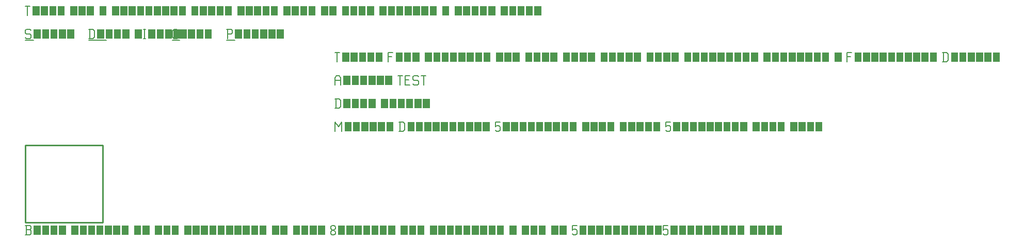
<source format=gbr>
G04 start of page 4 for group -1 layer_idx 268435461 *
G04 Title: Full overlap: the same line twice with different settings, <virtual group> *
G04 Creator: <version>
G04 CreationDate: <date>
G04 For: TEST *
G04 Format: Gerber/RS-274X *
G04 PCB-Dimensions: 50000 50000 *
G04 PCB-Coordinate-Origin: lower left *
%MOIN*%
%FSLAX25Y25*%
%LNLOGICAL_VIRTUAL_FAB_NONE*%
%ADD17C,0.0100*%
%ADD16C,0.0001*%
%ADD15C,0.0060*%
G54D15*X3000Y125000D02*X3750Y124250D01*
X750Y125000D02*X3000D01*
X0Y124250D02*X750Y125000D01*
X0Y124250D02*Y122750D01*
X750Y122000D01*
X3000D01*
X3750Y121250D01*
Y119750D01*
X3000Y119000D02*X3750Y119750D01*
X750Y119000D02*X3000D01*
X0Y119750D02*X750Y119000D01*
G54D16*G36*
X5550Y125000D02*X10050D01*
Y119000D01*
X5550D01*
Y125000D01*
G37*
G36*
X10950D02*X15450D01*
Y119000D01*
X10950D01*
Y125000D01*
G37*
G36*
X16350D02*X20850D01*
Y119000D01*
X16350D01*
Y125000D01*
G37*
G36*
X21750D02*X26250D01*
Y119000D01*
X21750D01*
Y125000D01*
G37*
G36*
X27150D02*X31650D01*
Y119000D01*
X27150D01*
Y125000D01*
G37*
G54D15*X0Y118000D02*X5550D01*
X41750Y125000D02*Y119000D01*
X43700Y125000D02*X44750Y123950D01*
Y120050D01*
X43700Y119000D02*X44750Y120050D01*
X41000Y119000D02*X43700D01*
X41000Y125000D02*X43700D01*
G54D16*G36*
X46550D02*X51050D01*
Y119000D01*
X46550D01*
Y125000D01*
G37*
G36*
X51950D02*X56450D01*
Y119000D01*
X51950D01*
Y125000D01*
G37*
G36*
X57350D02*X61850D01*
Y119000D01*
X57350D01*
Y125000D01*
G37*
G36*
X62750D02*X67250D01*
Y119000D01*
X62750D01*
Y125000D01*
G37*
G36*
X70850D02*X75350D01*
Y119000D01*
X70850D01*
Y125000D01*
G37*
G54D15*X76250D02*X77750D01*
X77000D02*Y119000D01*
X76250D02*X77750D01*
G54D16*G36*
X79550Y125000D02*X84050D01*
Y119000D01*
X79550D01*
Y125000D01*
G37*
G36*
X84950D02*X89450D01*
Y119000D01*
X84950D01*
Y125000D01*
G37*
G36*
X90350D02*X94850D01*
Y119000D01*
X90350D01*
Y125000D01*
G37*
G36*
X95750D02*X100250D01*
Y119000D01*
X95750D01*
Y125000D01*
G37*
G54D15*X41000Y118000D02*X52550D01*
X96050Y119000D02*X98000D01*
X95000Y120050D02*X96050Y119000D01*
X95000Y123950D02*Y120050D01*
Y123950D02*X96050Y125000D01*
X98000D01*
G54D16*G36*
X99800D02*X104300D01*
Y119000D01*
X99800D01*
Y125000D01*
G37*
G36*
X105200D02*X109700D01*
Y119000D01*
X105200D01*
Y125000D01*
G37*
G36*
X110600D02*X115100D01*
Y119000D01*
X110600D01*
Y125000D01*
G37*
G36*
X116000D02*X120500D01*
Y119000D01*
X116000D01*
Y125000D01*
G37*
G54D15*X95000Y118000D02*X99800D01*
X130750Y125000D02*Y119000D01*
X130000Y125000D02*X133000D01*
X133750Y124250D01*
Y122750D01*
X133000Y122000D02*X133750Y122750D01*
X130750Y122000D02*X133000D01*
G54D16*G36*
X135550Y125000D02*X140050D01*
Y119000D01*
X135550D01*
Y125000D01*
G37*
G36*
X140950D02*X145450D01*
Y119000D01*
X140950D01*
Y125000D01*
G37*
G36*
X146350D02*X150850D01*
Y119000D01*
X146350D01*
Y125000D01*
G37*
G36*
X151750D02*X156250D01*
Y119000D01*
X151750D01*
Y125000D01*
G37*
G36*
X157150D02*X161650D01*
Y119000D01*
X157150D01*
Y125000D01*
G37*
G36*
X162550D02*X167050D01*
Y119000D01*
X162550D01*
Y125000D01*
G37*
G54D15*X130000Y118000D02*X135550D01*
X0Y140000D02*X3000D01*
X1500D02*Y134000D01*
G54D16*G36*
X4800Y140000D02*X9300D01*
Y134000D01*
X4800D01*
Y140000D01*
G37*
G36*
X10200D02*X14700D01*
Y134000D01*
X10200D01*
Y140000D01*
G37*
G36*
X15600D02*X20100D01*
Y134000D01*
X15600D01*
Y140000D01*
G37*
G36*
X21000D02*X25500D01*
Y134000D01*
X21000D01*
Y140000D01*
G37*
G36*
X29100D02*X33600D01*
Y134000D01*
X29100D01*
Y140000D01*
G37*
G36*
X34500D02*X39000D01*
Y134000D01*
X34500D01*
Y140000D01*
G37*
G36*
X39900D02*X44400D01*
Y134000D01*
X39900D01*
Y140000D01*
G37*
G36*
X48000D02*X52500D01*
Y134000D01*
X48000D01*
Y140000D01*
G37*
G36*
X56100D02*X60600D01*
Y134000D01*
X56100D01*
Y140000D01*
G37*
G36*
X61500D02*X66000D01*
Y134000D01*
X61500D01*
Y140000D01*
G37*
G36*
X66900D02*X71400D01*
Y134000D01*
X66900D01*
Y140000D01*
G37*
G36*
X72300D02*X76800D01*
Y134000D01*
X72300D01*
Y140000D01*
G37*
G36*
X77700D02*X82200D01*
Y134000D01*
X77700D01*
Y140000D01*
G37*
G36*
X83100D02*X87600D01*
Y134000D01*
X83100D01*
Y140000D01*
G37*
G36*
X88500D02*X93000D01*
Y134000D01*
X88500D01*
Y140000D01*
G37*
G36*
X93900D02*X98400D01*
Y134000D01*
X93900D01*
Y140000D01*
G37*
G36*
X99300D02*X103800D01*
Y134000D01*
X99300D01*
Y140000D01*
G37*
G36*
X107400D02*X111900D01*
Y134000D01*
X107400D01*
Y140000D01*
G37*
G36*
X112800D02*X117300D01*
Y134000D01*
X112800D01*
Y140000D01*
G37*
G36*
X118200D02*X122700D01*
Y134000D01*
X118200D01*
Y140000D01*
G37*
G36*
X123600D02*X128100D01*
Y134000D01*
X123600D01*
Y140000D01*
G37*
G36*
X129000D02*X133500D01*
Y134000D01*
X129000D01*
Y140000D01*
G37*
G36*
X137100D02*X141600D01*
Y134000D01*
X137100D01*
Y140000D01*
G37*
G36*
X142500D02*X147000D01*
Y134000D01*
X142500D01*
Y140000D01*
G37*
G36*
X147900D02*X152400D01*
Y134000D01*
X147900D01*
Y140000D01*
G37*
G36*
X153300D02*X157800D01*
Y134000D01*
X153300D01*
Y140000D01*
G37*
G36*
X158700D02*X163200D01*
Y134000D01*
X158700D01*
Y140000D01*
G37*
G36*
X166800D02*X171300D01*
Y134000D01*
X166800D01*
Y140000D01*
G37*
G36*
X172200D02*X176700D01*
Y134000D01*
X172200D01*
Y140000D01*
G37*
G36*
X177600D02*X182100D01*
Y134000D01*
X177600D01*
Y140000D01*
G37*
G36*
X183000D02*X187500D01*
Y134000D01*
X183000D01*
Y140000D01*
G37*
G36*
X191100D02*X195600D01*
Y134000D01*
X191100D01*
Y140000D01*
G37*
G36*
X196500D02*X201000D01*
Y134000D01*
X196500D01*
Y140000D01*
G37*
G36*
X204600D02*X209100D01*
Y134000D01*
X204600D01*
Y140000D01*
G37*
G36*
X210000D02*X214500D01*
Y134000D01*
X210000D01*
Y140000D01*
G37*
G36*
X215400D02*X219900D01*
Y134000D01*
X215400D01*
Y140000D01*
G37*
G36*
X220800D02*X225300D01*
Y134000D01*
X220800D01*
Y140000D01*
G37*
G36*
X228900D02*X233400D01*
Y134000D01*
X228900D01*
Y140000D01*
G37*
G36*
X234300D02*X238800D01*
Y134000D01*
X234300D01*
Y140000D01*
G37*
G36*
X239700D02*X244200D01*
Y134000D01*
X239700D01*
Y140000D01*
G37*
G36*
X245100D02*X249600D01*
Y134000D01*
X245100D01*
Y140000D01*
G37*
G36*
X250500D02*X255000D01*
Y134000D01*
X250500D01*
Y140000D01*
G37*
G36*
X255900D02*X260400D01*
Y134000D01*
X255900D01*
Y140000D01*
G37*
G36*
X261300D02*X265800D01*
Y134000D01*
X261300D01*
Y140000D01*
G37*
G36*
X269400D02*X273900D01*
Y134000D01*
X269400D01*
Y140000D01*
G37*
G36*
X277500D02*X282000D01*
Y134000D01*
X277500D01*
Y140000D01*
G37*
G36*
X282900D02*X287400D01*
Y134000D01*
X282900D01*
Y140000D01*
G37*
G36*
X288300D02*X292800D01*
Y134000D01*
X288300D01*
Y140000D01*
G37*
G36*
X293700D02*X298200D01*
Y134000D01*
X293700D01*
Y140000D01*
G37*
G36*
X299100D02*X303600D01*
Y134000D01*
X299100D01*
Y140000D01*
G37*
G36*
X307200D02*X311700D01*
Y134000D01*
X307200D01*
Y140000D01*
G37*
G36*
X312600D02*X317100D01*
Y134000D01*
X312600D01*
Y140000D01*
G37*
G36*
X318000D02*X322500D01*
Y134000D01*
X318000D01*
Y140000D01*
G37*
G36*
X323400D02*X327900D01*
Y134000D01*
X323400D01*
Y140000D01*
G37*
G36*
X328800D02*X333300D01*
Y134000D01*
X328800D01*
Y140000D01*
G37*
G54D17*X0Y50000D02*X50000D01*
X0D02*Y0D01*
X50000Y50000D02*Y0D01*
X0D02*X50000D01*
G54D15*X200000Y65000D02*Y59000D01*
Y65000D02*X202250Y62000D01*
X204500Y65000D01*
Y59000D01*
G54D16*G36*
X206300Y65000D02*X210800D01*
Y59000D01*
X206300D01*
Y65000D01*
G37*
G36*
X211700D02*X216200D01*
Y59000D01*
X211700D01*
Y65000D01*
G37*
G36*
X217100D02*X221600D01*
Y59000D01*
X217100D01*
Y65000D01*
G37*
G36*
X222500D02*X227000D01*
Y59000D01*
X222500D01*
Y65000D01*
G37*
G36*
X227900D02*X232400D01*
Y59000D01*
X227900D01*
Y65000D01*
G37*
G36*
X233300D02*X237800D01*
Y59000D01*
X233300D01*
Y65000D01*
G37*
G54D15*X242150D02*Y59000D01*
X244100Y65000D02*X245150Y63950D01*
Y60050D01*
X244100Y59000D02*X245150Y60050D01*
X241400Y59000D02*X244100D01*
X241400Y65000D02*X244100D01*
G54D16*G36*
X246950D02*X251450D01*
Y59000D01*
X246950D01*
Y65000D01*
G37*
G36*
X252350D02*X256850D01*
Y59000D01*
X252350D01*
Y65000D01*
G37*
G36*
X257750D02*X262250D01*
Y59000D01*
X257750D01*
Y65000D01*
G37*
G36*
X263150D02*X267650D01*
Y59000D01*
X263150D01*
Y65000D01*
G37*
G36*
X268550D02*X273050D01*
Y59000D01*
X268550D01*
Y65000D01*
G37*
G36*
X273950D02*X278450D01*
Y59000D01*
X273950D01*
Y65000D01*
G37*
G36*
X279350D02*X283850D01*
Y59000D01*
X279350D01*
Y65000D01*
G37*
G36*
X284750D02*X289250D01*
Y59000D01*
X284750D01*
Y65000D01*
G37*
G36*
X290150D02*X294650D01*
Y59000D01*
X290150D01*
Y65000D01*
G37*
G36*
X295550D02*X300050D01*
Y59000D01*
X295550D01*
Y65000D01*
G37*
G54D15*X303650D02*X306650D01*
X303650D02*Y62000D01*
X304400Y62750D01*
X305900D01*
X306650Y62000D01*
Y59750D01*
X305900Y59000D02*X306650Y59750D01*
X304400Y59000D02*X305900D01*
X303650Y59750D02*X304400Y59000D01*
G54D16*G36*
X308450Y65000D02*X312950D01*
Y59000D01*
X308450D01*
Y65000D01*
G37*
G36*
X313850D02*X318350D01*
Y59000D01*
X313850D01*
Y65000D01*
G37*
G36*
X319250D02*X323750D01*
Y59000D01*
X319250D01*
Y65000D01*
G37*
G36*
X324650D02*X329150D01*
Y59000D01*
X324650D01*
Y65000D01*
G37*
G36*
X330050D02*X334550D01*
Y59000D01*
X330050D01*
Y65000D01*
G37*
G36*
X335450D02*X339950D01*
Y59000D01*
X335450D01*
Y65000D01*
G37*
G36*
X340850D02*X345350D01*
Y59000D01*
X340850D01*
Y65000D01*
G37*
G36*
X346250D02*X350750D01*
Y59000D01*
X346250D01*
Y65000D01*
G37*
G36*
X351650D02*X356150D01*
Y59000D01*
X351650D01*
Y65000D01*
G37*
G36*
X359750D02*X364250D01*
Y59000D01*
X359750D01*
Y65000D01*
G37*
G36*
X365150D02*X369650D01*
Y59000D01*
X365150D01*
Y65000D01*
G37*
G36*
X370550D02*X375050D01*
Y59000D01*
X370550D01*
Y65000D01*
G37*
G36*
X375950D02*X380450D01*
Y59000D01*
X375950D01*
Y65000D01*
G37*
G36*
X384050D02*X388550D01*
Y59000D01*
X384050D01*
Y65000D01*
G37*
G36*
X389450D02*X393950D01*
Y59000D01*
X389450D01*
Y65000D01*
G37*
G36*
X394850D02*X399350D01*
Y59000D01*
X394850D01*
Y65000D01*
G37*
G36*
X400250D02*X404750D01*
Y59000D01*
X400250D01*
Y65000D01*
G37*
G36*
X405650D02*X410150D01*
Y59000D01*
X405650D01*
Y65000D01*
G37*
G54D15*X413750D02*X416750D01*
X413750D02*Y62000D01*
X414500Y62750D01*
X416000D01*
X416750Y62000D01*
Y59750D01*
X416000Y59000D02*X416750Y59750D01*
X414500Y59000D02*X416000D01*
X413750Y59750D02*X414500Y59000D01*
G54D16*G36*
X418550Y65000D02*X423050D01*
Y59000D01*
X418550D01*
Y65000D01*
G37*
G36*
X423950D02*X428450D01*
Y59000D01*
X423950D01*
Y65000D01*
G37*
G36*
X429350D02*X433850D01*
Y59000D01*
X429350D01*
Y65000D01*
G37*
G36*
X434750D02*X439250D01*
Y59000D01*
X434750D01*
Y65000D01*
G37*
G36*
X440150D02*X444650D01*
Y59000D01*
X440150D01*
Y65000D01*
G37*
G36*
X445550D02*X450050D01*
Y59000D01*
X445550D01*
Y65000D01*
G37*
G36*
X450950D02*X455450D01*
Y59000D01*
X450950D01*
Y65000D01*
G37*
G36*
X456350D02*X460850D01*
Y59000D01*
X456350D01*
Y65000D01*
G37*
G36*
X461750D02*X466250D01*
Y59000D01*
X461750D01*
Y65000D01*
G37*
G36*
X469850D02*X474350D01*
Y59000D01*
X469850D01*
Y65000D01*
G37*
G36*
X475250D02*X479750D01*
Y59000D01*
X475250D01*
Y65000D01*
G37*
G36*
X480650D02*X485150D01*
Y59000D01*
X480650D01*
Y65000D01*
G37*
G36*
X486050D02*X490550D01*
Y59000D01*
X486050D01*
Y65000D01*
G37*
G36*
X494150D02*X498650D01*
Y59000D01*
X494150D01*
Y65000D01*
G37*
G36*
X499550D02*X504050D01*
Y59000D01*
X499550D01*
Y65000D01*
G37*
G36*
X504950D02*X509450D01*
Y59000D01*
X504950D01*
Y65000D01*
G37*
G36*
X510350D02*X514850D01*
Y59000D01*
X510350D01*
Y65000D01*
G37*
G54D15*X0Y-8000D02*X3000D01*
X3750Y-7250D01*
Y-5450D02*Y-7250D01*
X3000Y-4700D02*X3750Y-5450D01*
X750Y-4700D02*X3000D01*
X750Y-2000D02*Y-8000D01*
X0Y-2000D02*X3000D01*
X3750Y-2750D01*
Y-3950D01*
X3000Y-4700D02*X3750Y-3950D01*
G54D16*G36*
X5550Y-2000D02*X10050D01*
Y-8000D01*
X5550D01*
Y-2000D01*
G37*
G36*
X10950D02*X15450D01*
Y-8000D01*
X10950D01*
Y-2000D01*
G37*
G36*
X16350D02*X20850D01*
Y-8000D01*
X16350D01*
Y-2000D01*
G37*
G36*
X21750D02*X26250D01*
Y-8000D01*
X21750D01*
Y-2000D01*
G37*
G36*
X29850D02*X34350D01*
Y-8000D01*
X29850D01*
Y-2000D01*
G37*
G36*
X35250D02*X39750D01*
Y-8000D01*
X35250D01*
Y-2000D01*
G37*
G36*
X40650D02*X45150D01*
Y-8000D01*
X40650D01*
Y-2000D01*
G37*
G36*
X46050D02*X50550D01*
Y-8000D01*
X46050D01*
Y-2000D01*
G37*
G36*
X51450D02*X55950D01*
Y-8000D01*
X51450D01*
Y-2000D01*
G37*
G36*
X56850D02*X61350D01*
Y-8000D01*
X56850D01*
Y-2000D01*
G37*
G36*
X62250D02*X66750D01*
Y-8000D01*
X62250D01*
Y-2000D01*
G37*
G36*
X70350D02*X74850D01*
Y-8000D01*
X70350D01*
Y-2000D01*
G37*
G36*
X75750D02*X80250D01*
Y-8000D01*
X75750D01*
Y-2000D01*
G37*
G36*
X83850D02*X88350D01*
Y-8000D01*
X83850D01*
Y-2000D01*
G37*
G36*
X89250D02*X93750D01*
Y-8000D01*
X89250D01*
Y-2000D01*
G37*
G36*
X94650D02*X99150D01*
Y-8000D01*
X94650D01*
Y-2000D01*
G37*
G36*
X102750D02*X107250D01*
Y-8000D01*
X102750D01*
Y-2000D01*
G37*
G36*
X108150D02*X112650D01*
Y-8000D01*
X108150D01*
Y-2000D01*
G37*
G36*
X113550D02*X118050D01*
Y-8000D01*
X113550D01*
Y-2000D01*
G37*
G36*
X118950D02*X123450D01*
Y-8000D01*
X118950D01*
Y-2000D01*
G37*
G36*
X124350D02*X128850D01*
Y-8000D01*
X124350D01*
Y-2000D01*
G37*
G36*
X129750D02*X134250D01*
Y-8000D01*
X129750D01*
Y-2000D01*
G37*
G36*
X135150D02*X139650D01*
Y-8000D01*
X135150D01*
Y-2000D01*
G37*
G36*
X140550D02*X145050D01*
Y-8000D01*
X140550D01*
Y-2000D01*
G37*
G36*
X145950D02*X150450D01*
Y-8000D01*
X145950D01*
Y-2000D01*
G37*
G36*
X151350D02*X155850D01*
Y-8000D01*
X151350D01*
Y-2000D01*
G37*
G36*
X159450D02*X163950D01*
Y-8000D01*
X159450D01*
Y-2000D01*
G37*
G36*
X164850D02*X169350D01*
Y-8000D01*
X164850D01*
Y-2000D01*
G37*
G36*
X172950D02*X177450D01*
Y-8000D01*
X172950D01*
Y-2000D01*
G37*
G36*
X178350D02*X182850D01*
Y-8000D01*
X178350D01*
Y-2000D01*
G37*
G36*
X183750D02*X188250D01*
Y-8000D01*
X183750D01*
Y-2000D01*
G37*
G36*
X189150D02*X193650D01*
Y-8000D01*
X189150D01*
Y-2000D01*
G37*
G54D15*X197250Y-7250D02*X198000Y-8000D01*
X197250Y-6050D02*Y-7250D01*
Y-6050D02*X198300Y-5000D01*
X199200D01*
X200250Y-6050D01*
Y-7250D01*
X199500Y-8000D02*X200250Y-7250D01*
X198000Y-8000D02*X199500D01*
X197250Y-3950D02*X198300Y-5000D01*
X197250Y-2750D02*Y-3950D01*
Y-2750D02*X198000Y-2000D01*
X199500D01*
X200250Y-2750D01*
Y-3950D01*
X199200Y-5000D02*X200250Y-3950D01*
G54D16*G36*
X202050Y-2000D02*X206550D01*
Y-8000D01*
X202050D01*
Y-2000D01*
G37*
G36*
X207450D02*X211950D01*
Y-8000D01*
X207450D01*
Y-2000D01*
G37*
G36*
X212850D02*X217350D01*
Y-8000D01*
X212850D01*
Y-2000D01*
G37*
G36*
X218250D02*X222750D01*
Y-8000D01*
X218250D01*
Y-2000D01*
G37*
G36*
X223650D02*X228150D01*
Y-8000D01*
X223650D01*
Y-2000D01*
G37*
G36*
X229050D02*X233550D01*
Y-8000D01*
X229050D01*
Y-2000D01*
G37*
G36*
X234450D02*X238950D01*
Y-8000D01*
X234450D01*
Y-2000D01*
G37*
G36*
X242550D02*X247050D01*
Y-8000D01*
X242550D01*
Y-2000D01*
G37*
G36*
X247950D02*X252450D01*
Y-8000D01*
X247950D01*
Y-2000D01*
G37*
G36*
X253350D02*X257850D01*
Y-8000D01*
X253350D01*
Y-2000D01*
G37*
G36*
X261450D02*X265950D01*
Y-8000D01*
X261450D01*
Y-2000D01*
G37*
G36*
X266850D02*X271350D01*
Y-8000D01*
X266850D01*
Y-2000D01*
G37*
G36*
X272250D02*X276750D01*
Y-8000D01*
X272250D01*
Y-2000D01*
G37*
G36*
X277650D02*X282150D01*
Y-8000D01*
X277650D01*
Y-2000D01*
G37*
G36*
X283050D02*X287550D01*
Y-8000D01*
X283050D01*
Y-2000D01*
G37*
G36*
X288450D02*X292950D01*
Y-8000D01*
X288450D01*
Y-2000D01*
G37*
G36*
X293850D02*X298350D01*
Y-8000D01*
X293850D01*
Y-2000D01*
G37*
G36*
X299250D02*X303750D01*
Y-8000D01*
X299250D01*
Y-2000D01*
G37*
G36*
X304650D02*X309150D01*
Y-8000D01*
X304650D01*
Y-2000D01*
G37*
G36*
X312750D02*X317250D01*
Y-8000D01*
X312750D01*
Y-2000D01*
G37*
G36*
X320850D02*X325350D01*
Y-8000D01*
X320850D01*
Y-2000D01*
G37*
G36*
X326250D02*X330750D01*
Y-8000D01*
X326250D01*
Y-2000D01*
G37*
G36*
X331650D02*X336150D01*
Y-8000D01*
X331650D01*
Y-2000D01*
G37*
G36*
X339750D02*X344250D01*
Y-8000D01*
X339750D01*
Y-2000D01*
G37*
G36*
X345150D02*X349650D01*
Y-8000D01*
X345150D01*
Y-2000D01*
G37*
G54D15*X353250D02*X356250D01*
X353250D02*Y-5000D01*
X354000Y-4250D01*
X355500D01*
X356250Y-5000D01*
Y-7250D01*
X355500Y-8000D02*X356250Y-7250D01*
X354000Y-8000D02*X355500D01*
X353250Y-7250D02*X354000Y-8000D01*
G54D16*G36*
X358050Y-2000D02*X362550D01*
Y-8000D01*
X358050D01*
Y-2000D01*
G37*
G36*
X363450D02*X367950D01*
Y-8000D01*
X363450D01*
Y-2000D01*
G37*
G36*
X368850D02*X373350D01*
Y-8000D01*
X368850D01*
Y-2000D01*
G37*
G36*
X374250D02*X378750D01*
Y-8000D01*
X374250D01*
Y-2000D01*
G37*
G36*
X379650D02*X384150D01*
Y-8000D01*
X379650D01*
Y-2000D01*
G37*
G36*
X385050D02*X389550D01*
Y-8000D01*
X385050D01*
Y-2000D01*
G37*
G36*
X390450D02*X394950D01*
Y-8000D01*
X390450D01*
Y-2000D01*
G37*
G36*
X395850D02*X400350D01*
Y-8000D01*
X395850D01*
Y-2000D01*
G37*
G36*
X401250D02*X405750D01*
Y-8000D01*
X401250D01*
Y-2000D01*
G37*
G36*
X406650D02*X411150D01*
Y-8000D01*
X406650D01*
Y-2000D01*
G37*
G54D15*X412050D02*X415050D01*
X412050D02*Y-5000D01*
X412800Y-4250D01*
X414300D01*
X415050Y-5000D01*
Y-7250D01*
X414300Y-8000D02*X415050Y-7250D01*
X412800Y-8000D02*X414300D01*
X412050Y-7250D02*X412800Y-8000D01*
G54D16*G36*
X416850Y-2000D02*X421350D01*
Y-8000D01*
X416850D01*
Y-2000D01*
G37*
G36*
X422250D02*X426750D01*
Y-8000D01*
X422250D01*
Y-2000D01*
G37*
G36*
X427650D02*X432150D01*
Y-8000D01*
X427650D01*
Y-2000D01*
G37*
G36*
X433050D02*X437550D01*
Y-8000D01*
X433050D01*
Y-2000D01*
G37*
G36*
X438450D02*X442950D01*
Y-8000D01*
X438450D01*
Y-2000D01*
G37*
G36*
X443850D02*X448350D01*
Y-8000D01*
X443850D01*
Y-2000D01*
G37*
G36*
X449250D02*X453750D01*
Y-8000D01*
X449250D01*
Y-2000D01*
G37*
G36*
X454650D02*X459150D01*
Y-8000D01*
X454650D01*
Y-2000D01*
G37*
G36*
X460050D02*X464550D01*
Y-8000D01*
X460050D01*
Y-2000D01*
G37*
G36*
X468150D02*X472650D01*
Y-8000D01*
X468150D01*
Y-2000D01*
G37*
G36*
X473550D02*X478050D01*
Y-8000D01*
X473550D01*
Y-2000D01*
G37*
G36*
X478950D02*X483450D01*
Y-8000D01*
X478950D01*
Y-2000D01*
G37*
G36*
X484350D02*X488850D01*
Y-8000D01*
X484350D01*
Y-2000D01*
G37*
G54D15*X200750Y80000D02*Y74000D01*
X202700Y80000D02*X203750Y78950D01*
Y75050D01*
X202700Y74000D02*X203750Y75050D01*
X200000Y74000D02*X202700D01*
X200000Y80000D02*X202700D01*
G54D16*G36*
X205550D02*X210050D01*
Y74000D01*
X205550D01*
Y80000D01*
G37*
G36*
X210950D02*X215450D01*
Y74000D01*
X210950D01*
Y80000D01*
G37*
G36*
X216350D02*X220850D01*
Y74000D01*
X216350D01*
Y80000D01*
G37*
G36*
X221750D02*X226250D01*
Y74000D01*
X221750D01*
Y80000D01*
G37*
G36*
X229850D02*X234350D01*
Y74000D01*
X229850D01*
Y80000D01*
G37*
G36*
X235250D02*X239750D01*
Y74000D01*
X235250D01*
Y80000D01*
G37*
G36*
X240650D02*X245150D01*
Y74000D01*
X240650D01*
Y80000D01*
G37*
G36*
X246050D02*X250550D01*
Y74000D01*
X246050D01*
Y80000D01*
G37*
G36*
X251450D02*X255950D01*
Y74000D01*
X251450D01*
Y80000D01*
G37*
G36*
X256850D02*X261350D01*
Y74000D01*
X256850D01*
Y80000D01*
G37*
G54D15*X200000Y93500D02*Y89000D01*
Y93500D02*X201050Y95000D01*
X202700D01*
X203750Y93500D01*
Y89000D01*
X200000Y92000D02*X203750D01*
G54D16*G36*
X205550Y95000D02*X210050D01*
Y89000D01*
X205550D01*
Y95000D01*
G37*
G36*
X210950D02*X215450D01*
Y89000D01*
X210950D01*
Y95000D01*
G37*
G36*
X216350D02*X220850D01*
Y89000D01*
X216350D01*
Y95000D01*
G37*
G36*
X221750D02*X226250D01*
Y89000D01*
X221750D01*
Y95000D01*
G37*
G36*
X227150D02*X231650D01*
Y89000D01*
X227150D01*
Y95000D01*
G37*
G36*
X232550D02*X237050D01*
Y89000D01*
X232550D01*
Y95000D01*
G37*
G54D15*X240650D02*X243650D01*
X242150D02*Y89000D01*
X245450Y92300D02*X247700D01*
X245450Y89000D02*X248450D01*
X245450Y95000D02*Y89000D01*
Y95000D02*X248450D01*
X253250D02*X254000Y94250D01*
X251000Y95000D02*X253250D01*
X250250Y94250D02*X251000Y95000D01*
X250250Y94250D02*Y92750D01*
X251000Y92000D01*
X253250D01*
X254000Y91250D01*
Y89750D01*
X253250Y89000D02*X254000Y89750D01*
X251000Y89000D02*X253250D01*
X250250Y89750D02*X251000Y89000D01*
X255800Y95000D02*X258800D01*
X257300D02*Y89000D01*
X200000Y110000D02*X203000D01*
X201500D02*Y104000D01*
G54D16*G36*
X204800Y110000D02*X209300D01*
Y104000D01*
X204800D01*
Y110000D01*
G37*
G36*
X210200D02*X214700D01*
Y104000D01*
X210200D01*
Y110000D01*
G37*
G36*
X215600D02*X220100D01*
Y104000D01*
X215600D01*
Y110000D01*
G37*
G36*
X221000D02*X225500D01*
Y104000D01*
X221000D01*
Y110000D01*
G37*
G36*
X226400D02*X230900D01*
Y104000D01*
X226400D01*
Y110000D01*
G37*
G54D15*X234500D02*Y104000D01*
Y110000D02*X237500D01*
X234500Y107300D02*X236750D01*
G54D16*G36*
X239300Y110000D02*X243800D01*
Y104000D01*
X239300D01*
Y110000D01*
G37*
G36*
X244700D02*X249200D01*
Y104000D01*
X244700D01*
Y110000D01*
G37*
G36*
X250100D02*X254600D01*
Y104000D01*
X250100D01*
Y110000D01*
G37*
G36*
X258200D02*X262700D01*
Y104000D01*
X258200D01*
Y110000D01*
G37*
G36*
X263600D02*X268100D01*
Y104000D01*
X263600D01*
Y110000D01*
G37*
G36*
X269000D02*X273500D01*
Y104000D01*
X269000D01*
Y110000D01*
G37*
G36*
X274400D02*X278900D01*
Y104000D01*
X274400D01*
Y110000D01*
G37*
G36*
X279800D02*X284300D01*
Y104000D01*
X279800D01*
Y110000D01*
G37*
G36*
X285200D02*X289700D01*
Y104000D01*
X285200D01*
Y110000D01*
G37*
G36*
X290600D02*X295100D01*
Y104000D01*
X290600D01*
Y110000D01*
G37*
G36*
X296000D02*X300500D01*
Y104000D01*
X296000D01*
Y110000D01*
G37*
G36*
X304100D02*X308600D01*
Y104000D01*
X304100D01*
Y110000D01*
G37*
G36*
X309500D02*X314000D01*
Y104000D01*
X309500D01*
Y110000D01*
G37*
G36*
X314900D02*X319400D01*
Y104000D01*
X314900D01*
Y110000D01*
G37*
G36*
X323000D02*X327500D01*
Y104000D01*
X323000D01*
Y110000D01*
G37*
G36*
X328400D02*X332900D01*
Y104000D01*
X328400D01*
Y110000D01*
G37*
G36*
X333800D02*X338300D01*
Y104000D01*
X333800D01*
Y110000D01*
G37*
G36*
X339200D02*X343700D01*
Y104000D01*
X339200D01*
Y110000D01*
G37*
G36*
X347300D02*X351800D01*
Y104000D01*
X347300D01*
Y110000D01*
G37*
G36*
X352700D02*X357200D01*
Y104000D01*
X352700D01*
Y110000D01*
G37*
G36*
X358100D02*X362600D01*
Y104000D01*
X358100D01*
Y110000D01*
G37*
G36*
X363500D02*X368000D01*
Y104000D01*
X363500D01*
Y110000D01*
G37*
G36*
X371600D02*X376100D01*
Y104000D01*
X371600D01*
Y110000D01*
G37*
G36*
X377000D02*X381500D01*
Y104000D01*
X377000D01*
Y110000D01*
G37*
G36*
X382400D02*X386900D01*
Y104000D01*
X382400D01*
Y110000D01*
G37*
G36*
X387800D02*X392300D01*
Y104000D01*
X387800D01*
Y110000D01*
G37*
G36*
X393200D02*X397700D01*
Y104000D01*
X393200D01*
Y110000D01*
G37*
G36*
X401300D02*X405800D01*
Y104000D01*
X401300D01*
Y110000D01*
G37*
G36*
X406700D02*X411200D01*
Y104000D01*
X406700D01*
Y110000D01*
G37*
G36*
X412100D02*X416600D01*
Y104000D01*
X412100D01*
Y110000D01*
G37*
G36*
X417500D02*X422000D01*
Y104000D01*
X417500D01*
Y110000D01*
G37*
G36*
X425600D02*X430100D01*
Y104000D01*
X425600D01*
Y110000D01*
G37*
G36*
X431000D02*X435500D01*
Y104000D01*
X431000D01*
Y110000D01*
G37*
G36*
X436400D02*X440900D01*
Y104000D01*
X436400D01*
Y110000D01*
G37*
G36*
X441800D02*X446300D01*
Y104000D01*
X441800D01*
Y110000D01*
G37*
G36*
X447200D02*X451700D01*
Y104000D01*
X447200D01*
Y110000D01*
G37*
G36*
X452600D02*X457100D01*
Y104000D01*
X452600D01*
Y110000D01*
G37*
G36*
X458000D02*X462500D01*
Y104000D01*
X458000D01*
Y110000D01*
G37*
G36*
X463400D02*X467900D01*
Y104000D01*
X463400D01*
Y110000D01*
G37*
G36*
X468800D02*X473300D01*
Y104000D01*
X468800D01*
Y110000D01*
G37*
G36*
X476900D02*X481400D01*
Y104000D01*
X476900D01*
Y110000D01*
G37*
G36*
X482300D02*X486800D01*
Y104000D01*
X482300D01*
Y110000D01*
G37*
G36*
X487700D02*X492200D01*
Y104000D01*
X487700D01*
Y110000D01*
G37*
G36*
X493100D02*X497600D01*
Y104000D01*
X493100D01*
Y110000D01*
G37*
G36*
X498500D02*X503000D01*
Y104000D01*
X498500D01*
Y110000D01*
G37*
G36*
X503900D02*X508400D01*
Y104000D01*
X503900D01*
Y110000D01*
G37*
G36*
X509300D02*X513800D01*
Y104000D01*
X509300D01*
Y110000D01*
G37*
G36*
X514700D02*X519200D01*
Y104000D01*
X514700D01*
Y110000D01*
G37*
G36*
X522800D02*X527300D01*
Y104000D01*
X522800D01*
Y110000D01*
G37*
G54D15*X530900D02*Y104000D01*
Y110000D02*X533900D01*
X530900Y107300D02*X533150D01*
G54D16*G36*
X535700Y110000D02*X540200D01*
Y104000D01*
X535700D01*
Y110000D01*
G37*
G36*
X541100D02*X545600D01*
Y104000D01*
X541100D01*
Y110000D01*
G37*
G36*
X546500D02*X551000D01*
Y104000D01*
X546500D01*
Y110000D01*
G37*
G36*
X551900D02*X556400D01*
Y104000D01*
X551900D01*
Y110000D01*
G37*
G36*
X557300D02*X561800D01*
Y104000D01*
X557300D01*
Y110000D01*
G37*
G36*
X562700D02*X567200D01*
Y104000D01*
X562700D01*
Y110000D01*
G37*
G36*
X568100D02*X572600D01*
Y104000D01*
X568100D01*
Y110000D01*
G37*
G36*
X573500D02*X578000D01*
Y104000D01*
X573500D01*
Y110000D01*
G37*
G36*
X578900D02*X583400D01*
Y104000D01*
X578900D01*
Y110000D01*
G37*
G36*
X584300D02*X588800D01*
Y104000D01*
X584300D01*
Y110000D01*
G37*
G54D15*X593150D02*Y104000D01*
X595100Y110000D02*X596150Y108950D01*
Y105050D01*
X595100Y104000D02*X596150Y105050D01*
X592400Y104000D02*X595100D01*
X592400Y110000D02*X595100D01*
G54D16*G36*
X597950D02*X602450D01*
Y104000D01*
X597950D01*
Y110000D01*
G37*
G36*
X603350D02*X607850D01*
Y104000D01*
X603350D01*
Y110000D01*
G37*
G36*
X608750D02*X613250D01*
Y104000D01*
X608750D01*
Y110000D01*
G37*
G36*
X614150D02*X618650D01*
Y104000D01*
X614150D01*
Y110000D01*
G37*
G36*
X619550D02*X624050D01*
Y104000D01*
X619550D01*
Y110000D01*
G37*
G36*
X624950D02*X629450D01*
Y104000D01*
X624950D01*
Y110000D01*
G37*
M02*

</source>
